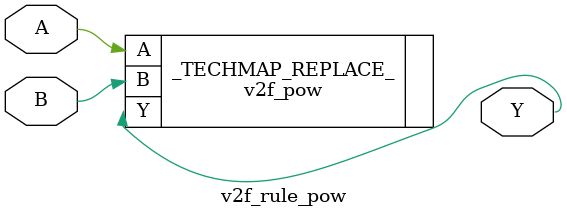
<source format=v>
(* techmap_celltype = "$neg" *)
module v2f_rule_neg (A, Y);
	parameter A_SIGNED = 0;
	parameter A_WIDTH = 1;
	parameter Y_WIDTH = 1;

	input [A_WIDTH-1:0] A;
	output [Y_WIDTH-1:0] Y;

	wire _TECHMAP_FAIL_ = A_WIDTH > 32 || Y_WIDTH > 32 || A_WIDTH == 1 || A_SIGNED == 0;
	v2f_neg #(.A_SIGNED(A_SIGNED), .A_WIDTH(A_WIDTH), .Y_WIDTH(Y_WIDTH))
		_TECHMAP_REPLACE_(.A(A), .Y(Y));
endmodule

(* techmap_celltype = "$not" *)
module v2f_rule_not (A, Y);
	parameter A_SIGNED = 0;
	parameter A_WIDTH = 1;
	parameter Y_WIDTH = 1;

	input [A_WIDTH-1:0] A;
	output [Y_WIDTH-1:0] Y;

	wire _TECHMAP_FAIL_ = A_WIDTH > 32 || Y_WIDTH > 32 || A_WIDTH == 1;
	v2f_not #(.A_SIGNED(A_SIGNED), .A_WIDTH(A_WIDTH), .Y_WIDTH(Y_WIDTH))
		_TECHMAP_REPLACE_(.A(A), .Y(Y));
endmodule

(* techmap_celltype = "$reduce_and" *)
module v2f_rule_reduce_and(A, Y);
	parameter A_SIGNED = 0;
	parameter A_WIDTH = 0;
	parameter Y_WIDTH = 0;
	input [A_WIDTH-1:0] A;
	output [Y_WIDTH-1:0] Y;
	wire _TECHMAP_FAIL_ = A_WIDTH > 32;
	v2f_reduce_and #(.A_SIGNED(A_SIGNED), .A_WIDTH(A_WIDTH), .Y_WIDTH(Y_WIDTH))
		_TECHMAP_REPLACE_(.A(A), .Y(Y));
endmodule

(* techmap_celltype = "$reduce_or" *)
module v2f_rule_reduce_or(A, Y);
	parameter A_SIGNED = 0;
	parameter A_WIDTH = 0;
	parameter Y_WIDTH = 0;
	input [A_WIDTH-1:0] A;
	output [Y_WIDTH-1:0] Y;
	wire _TECHMAP_FAIL_ = A_WIDTH > 32;
	v2f_reduce_or #(.A_SIGNED(A_SIGNED), .A_WIDTH(A_WIDTH), .Y_WIDTH(Y_WIDTH))
		_TECHMAP_REPLACE_(.A(A), .Y(Y));
endmodule

(* techmap_celltype = "$add" *)
module v2f_rule_add (A, B, Y);
	parameter A_SIGNED = 0;
	parameter B_SIGNED = 0;
	parameter A_WIDTH = 1;
	parameter B_WIDTH = 1;
	parameter Y_WIDTH = 1;

	input [A_WIDTH-1:0] A;
	input [B_WIDTH-1:0] B;
	output [Y_WIDTH-1:0] Y;

	wire _TECHMAP_FAIL_ = A_WIDTH > 32 || B_WIDTH > 32 || Y_WIDTH > 32;
	v2f_add #(.A_SIGNED(A_SIGNED), .A_WIDTH(A_WIDTH), .B_SIGNED(B_SIGNED), .B_WIDTH(B_WIDTH), .Y_WIDTH(Y_WIDTH))
		_TECHMAP_REPLACE_(.A(A), .B(B), .Y(Y));
endmodule

(* techmap_celltype = "$sub" *)
module v2f_rule_sub (A, B, Y);
	parameter A_SIGNED = 0;
	parameter B_SIGNED = 0;
	parameter A_WIDTH = 1;
	parameter B_WIDTH = 1;
	parameter Y_WIDTH = 1;

	input [A_WIDTH-1:0] A;
	input [B_WIDTH-1:0] B;
	output [Y_WIDTH-1:0] Y;

	wire _TECHMAP_FAIL_ = A_WIDTH > 32 || B_WIDTH > 32 || Y_WIDTH > 32;
	v2f_sub  #(.A_SIGNED(A_SIGNED), .A_WIDTH(A_WIDTH), .B_SIGNED(B_SIGNED), .B_WIDTH(B_WIDTH), .Y_WIDTH(Y_WIDTH))
		_TECHMAP_REPLACE_(.A(A), .B(B), .Y(Y));
endmodule

(* techmap_celltype = "$mul" *)
module v2f_rule_mul (A, B, Y);
	parameter A_SIGNED = 0;
	parameter B_SIGNED = 0;
	parameter A_WIDTH = 1;
	parameter B_WIDTH = 1;
	parameter Y_WIDTH = 1;

	input [A_WIDTH-1:0] A;
	input [B_WIDTH-1:0] B;
	output [Y_WIDTH-1:0] Y;

	wire _TECHMAP_FAIL_ = A_WIDTH > 32 || B_WIDTH > 32 || Y_WIDTH > 32;
	v2f_mul #(.A_SIGNED(A_SIGNED), .A_WIDTH(A_WIDTH), .B_SIGNED(B_SIGNED), .B_WIDTH(B_WIDTH), .Y_WIDTH(Y_WIDTH))
		_TECHMAP_REPLACE_(.A(A), .B(B), .Y(Y));
endmodule

(* techmap_celltype = "$div" *)
module v2f_rule_div (A, B, Y);
	parameter A_SIGNED = 0;
	parameter B_SIGNED = 0;
	parameter A_WIDTH = 1;
	parameter B_WIDTH = 1;
	parameter Y_WIDTH = 1;

	input [A_WIDTH-1:0] A;
	input [B_WIDTH-1:0] B;
	output [Y_WIDTH-1:0] Y;

	wire _TECHMAP_FAIL_ = A_WIDTH > 32 || B_WIDTH > 32 || Y_WIDTH > 32;
	v2f_div #(.A_SIGNED(A_SIGNED), .A_WIDTH(A_WIDTH), .B_SIGNED(B_SIGNED), .B_WIDTH(B_WIDTH), .Y_WIDTH(Y_WIDTH))
		_TECHMAP_REPLACE_(.A(A), .B(B), .Y(Y));
endmodule

(* techmap_celltype = "$mod" *)
module v2f_rule_mod (A, B, Y);
	parameter A_SIGNED = 0;
	parameter B_SIGNED = 0;
	parameter A_WIDTH = 1;
	parameter B_WIDTH = 1;
	parameter Y_WIDTH = 1;

	input [A_WIDTH-1:0] A;
	input [B_WIDTH-1:0] B;
	output [Y_WIDTH-1:0] Y;

	wire _TECHMAP_FAIL_ = A_WIDTH > 32 || B_WIDTH > 32 || Y_WIDTH > 32;
	v2f_mod #(.A_SIGNED(A_SIGNED), .A_WIDTH(A_WIDTH), .B_SIGNED(B_SIGNED), .B_WIDTH(B_WIDTH), .Y_WIDTH(Y_WIDTH))
		_TECHMAP_REPLACE_(.A(A), .B(B), .Y(Y));
endmodule

(* techmap_celltype = "$and" *)
module v2f_rule_and (A, B, Y);
	parameter A_SIGNED = 0;
	parameter B_SIGNED = 0;
	parameter A_WIDTH = 1;
	parameter B_WIDTH = 1;
	parameter Y_WIDTH = 1;

	input [A_WIDTH-1:0] A;
	input [B_WIDTH-1:0] B;
	output [Y_WIDTH-1:0] Y;

	wire _TECHMAP_FAIL_ = A_WIDTH > 32 || B_WIDTH > 32 || Y_WIDTH > 32 || A_WIDTH == 1 || B_WIDTH == 1;
	v2f_and #(.A_SIGNED(A_SIGNED), .A_WIDTH(A_WIDTH), .B_SIGNED(B_SIGNED), .B_WIDTH(B_WIDTH), .Y_WIDTH(Y_WIDTH))
		_TECHMAP_REPLACE_(.A(A), .B(B), .Y(Y));
endmodule

(* techmap_celltype = "$or" *)
module v2f_rule_or (A, B, Y);
	parameter A_SIGNED = 0;
	parameter B_SIGNED = 0;
	parameter A_WIDTH = 1;
	parameter B_WIDTH = 1;
	parameter Y_WIDTH = 1;

	input [A_WIDTH-1:0] A;
	input [B_WIDTH-1:0] B;
	output [Y_WIDTH-1:0] Y;

	wire _TECHMAP_FAIL_ = A_WIDTH > 32 || B_WIDTH > 32 || Y_WIDTH > 32 || A_WIDTH == 1 || B_WIDTH == 1;
	v2f_or #(.A_SIGNED(A_SIGNED), .A_WIDTH(A_WIDTH), .B_SIGNED(B_SIGNED), .B_WIDTH(B_WIDTH), .Y_WIDTH(Y_WIDTH))
		_TECHMAP_REPLACE_(.A(A), .B(B), .Y(Y));
endmodule

(* techmap_celltype = "$xor" *)
module v2f_rule_xor (A, B, Y);
	parameter A_SIGNED = 0;
	parameter B_SIGNED = 0;
	parameter A_WIDTH = 1;
	parameter B_WIDTH = 1;
	parameter Y_WIDTH = 1;

	input [A_WIDTH-1:0] A;
	input [B_WIDTH-1:0] B;
	output [Y_WIDTH-1:0] Y;

	wire _TECHMAP_FAIL_ = A_WIDTH > 32 || B_WIDTH > 32 || Y_WIDTH > 32 || A_WIDTH == 1 || B_WIDTH == 1;
	v2f_xor #(.A_SIGNED(A_SIGNED), .A_WIDTH(A_WIDTH), .B_SIGNED(B_SIGNED), .B_WIDTH(B_WIDTH), .Y_WIDTH(Y_WIDTH))
		_TECHMAP_REPLACE_(.A(A), .B(B), .Y(Y));
endmodule

(* techmap_celltype = "$sshr" *)
module v2f_rule_sshr (A, B, Y);
	parameter A_SIGNED = 0;
	parameter B_SIGNED = 0;
	parameter A_WIDTH = 1;
	parameter B_WIDTH = 1;
	parameter Y_WIDTH = 1;

	input [A_WIDTH-1:0] A;
	input [B_WIDTH-1:0] B;
	output [Y_WIDTH-1:0] Y;

	wire _TECHMAP_FAIL_ = A_WIDTH > 32 || B_WIDTH > 5 || Y_WIDTH > 32;
	v2f_sshr #(.A_SIGNED(A_SIGNED), .A_WIDTH(A_WIDTH), .B_SIGNED(B_SIGNED), .B_WIDTH(B_WIDTH), .Y_WIDTH(Y_WIDTH))
		_TECHMAP_REPLACE_(.A(A), .B(B), .Y(Y));
endmodule

(* techmap_celltype = "$shr" *)
module v2f_rule_shr (A, B, Y);
	parameter A_SIGNED = 0;
	parameter B_SIGNED = 0;
	parameter A_WIDTH = 1;
	parameter B_WIDTH = 1;
	parameter Y_WIDTH = 1;

	input [A_WIDTH-1:0] A;
	input [B_WIDTH-1:0] B;
	output [Y_WIDTH-1:0] Y;

	wire _TECHMAP_FAIL_ = A_WIDTH > 32 || B_WIDTH > 5 || Y_WIDTH > 32;
	v2f_shr #(.A_SIGNED(A_SIGNED), .A_WIDTH(A_WIDTH), .B_SIGNED(B_SIGNED), .B_WIDTH(B_WIDTH), .Y_WIDTH(Y_WIDTH))
		_TECHMAP_REPLACE_(.A(A), .B(B), .Y(Y));
endmodule

(* techmap_celltype = "$shl" *)
module v2f_rule_shl (A, B, Y);
	parameter A_SIGNED = 0;
	parameter B_SIGNED = 0;
	parameter A_WIDTH = 1;
	parameter B_WIDTH = 1;
	parameter Y_WIDTH = 1;

	input [A_WIDTH-1:0] A;
	input [B_WIDTH-1:0] B;
	output [Y_WIDTH-1:0] Y;

	wire _TECHMAP_FAIL_ = A_WIDTH > 32 || B_WIDTH > 5 || Y_WIDTH > 32;
	v2f_shl #(.A_SIGNED(A_SIGNED), .A_WIDTH(A_WIDTH), .B_SIGNED(B_SIGNED), .B_WIDTH(B_WIDTH), .Y_WIDTH(Y_WIDTH))
		_TECHMAP_REPLACE_(.A(A), .B(B), .Y(Y));
endmodule

(* techmap_celltype = "$sshl" *)
module v2f_rule_sshl (A, B, Y);
	parameter A_SIGNED = 0;
	parameter B_SIGNED = 0;
	parameter A_WIDTH = 1;
	parameter B_WIDTH = 1;
	parameter Y_WIDTH = 1;

	input [A_WIDTH-1:0] A;
	input [B_WIDTH-1:0] B;
	output [Y_WIDTH-1:0] Y;

	wire _TECHMAP_FAIL_ = A_WIDTH > 32 || B_WIDTH > 5 || Y_WIDTH > 32;
	v2f_sshl #(.A_SIGNED(A_SIGNED), .A_WIDTH(A_WIDTH), .B_SIGNED(B_SIGNED), .B_WIDTH(B_WIDTH), .Y_WIDTH(Y_WIDTH))
		_TECHMAP_REPLACE_(.A(A), .B(B), .Y(Y));
endmodule

(* techmap_celltype = "$gt" *)
module v2f_rule_gt (A, B, Y);
	parameter A_SIGNED = 0;
	parameter B_SIGNED = 0;
	parameter A_WIDTH = 1;
	parameter B_WIDTH = 1;
	parameter Y_WIDTH = 1;

	input [A_WIDTH-1:0] A;
	input [B_WIDTH-1:0] B;
	output [Y_WIDTH-1:0] Y;

	wire _TECHMAP_FAIL_ = A_WIDTH > 32 || B_WIDTH > 32 || A_SIGNED != B_SIGNED;
	v2f_gt #(.A_SIGNED(A_SIGNED), .A_WIDTH(A_WIDTH), .B_SIGNED(B_SIGNED), .B_WIDTH(B_WIDTH), .Y_WIDTH(Y_WIDTH))
		_TECHMAP_REPLACE_(.A(A), .B(B), .Y(Y));
endmodule

(* techmap_celltype = "$lt" *)
module v2f_rule_lt (A, B, Y);
	parameter A_SIGNED = 0;
	parameter B_SIGNED = 0;
	parameter A_WIDTH = 1;
	parameter B_WIDTH = 1;
	parameter Y_WIDTH = 1;

	input [A_WIDTH-1:0] A;
	input [B_WIDTH-1:0] B;
	output [Y_WIDTH-1:0] Y;

	wire _TECHMAP_FAIL_ = A_WIDTH > 32 || B_WIDTH > 32 || A_SIGNED != B_SIGNED;
	v2f_lt #(.A_SIGNED(A_SIGNED), .A_WIDTH(A_WIDTH), .B_SIGNED(B_SIGNED), .B_WIDTH(B_WIDTH), .Y_WIDTH(Y_WIDTH))
		_TECHMAP_REPLACE_(.A(A), .B(B), .Y(Y));
endmodule

(* techmap_celltype = "$ge" *)
module v2f_rule_ge (A, B, Y);
	parameter A_SIGNED = 0;
	parameter B_SIGNED = 0;
	parameter A_WIDTH = 1;
	parameter B_WIDTH = 1;
	parameter Y_WIDTH = 1;

	input [A_WIDTH-1:0] A;
	input [B_WIDTH-1:0] B;
	output [Y_WIDTH-1:0] Y;

	wire _TECHMAP_FAIL_ = A_WIDTH > 32 || B_WIDTH > 32 || A_SIGNED != B_SIGNED;
	v2f_ge #(.A_SIGNED(A_SIGNED), .A_WIDTH(A_WIDTH), .B_SIGNED(B_SIGNED), .B_WIDTH(B_WIDTH), .Y_WIDTH(Y_WIDTH))
		_TECHMAP_REPLACE_(.A(A), .B(B), .Y(Y));
endmodule

(* techmap_celltype = "$le" *)
module v2f_rule_le (A, B, Y);
	parameter A_SIGNED = 0;
	parameter B_SIGNED = 0;
	parameter A_WIDTH = 1;
	parameter B_WIDTH = 1;
	parameter Y_WIDTH = 1;

	input [A_WIDTH-1:0] A;
	input [B_WIDTH-1:0] B;
	output [Y_WIDTH-1:0] Y;

	wire _TECHMAP_FAIL_ = A_WIDTH > 32 || B_WIDTH > 32 || A_SIGNED != B_SIGNED;
	v2f_le #(.A_SIGNED(A_SIGNED), .A_WIDTH(A_WIDTH), .B_SIGNED(B_SIGNED), .B_WIDTH(B_WIDTH), .Y_WIDTH(Y_WIDTH))
		_TECHMAP_REPLACE_(.A(A), .B(B), .Y(Y));
endmodule

(* techmap_celltype = "$ne" *)
module v2f_rule_ne (A, B, Y);
	parameter A_SIGNED = 0;
	parameter B_SIGNED = 0;
	parameter A_WIDTH = 1;
	parameter B_WIDTH = 1;
	parameter Y_WIDTH = 1;

	input [A_WIDTH-1:0] A;
	input [B_WIDTH-1:0] B;
	output [Y_WIDTH-1:0] Y;

	wire _TECHMAP_FAIL_ = A_WIDTH > 32 || B_WIDTH > 32;
	v2f_ne #(.A_SIGNED(A_SIGNED), .A_WIDTH(A_WIDTH), .B_SIGNED(B_SIGNED), .B_WIDTH(B_WIDTH), .Y_WIDTH(Y_WIDTH))
		_TECHMAP_REPLACE_(.A(A), .B(B), .Y(Y));
endmodule

(* techmap_celltype = "$eq" *)
module v2f_rule_eq (A, B, Y);
	parameter A_SIGNED = 0;
	parameter B_SIGNED = 0;
	parameter A_WIDTH = 1;
	parameter B_WIDTH = 1;
	parameter Y_WIDTH = 1;

	input [A_WIDTH-1:0] A;
	input [B_WIDTH-1:0] B;
	output [Y_WIDTH-1:0] Y;

	wire _TECHMAP_FAIL_ = A_WIDTH > 32 || B_WIDTH > 32;
	v2f_eq #(.A_SIGNED(A_SIGNED), .A_WIDTH(A_WIDTH), .B_SIGNED(B_SIGNED), .B_WIDTH(B_WIDTH), .Y_WIDTH(Y_WIDTH))
		_TECHMAP_REPLACE_(.A(A), .B(B), .Y(Y));
endmodule

(* techmap_celltype = "$pmux"*)
module v2f_rule_pmux (A, B, S, Y);
	parameter S_WIDTH = 0;
	parameter WIDTH = 0;

	input [WIDTH-1:0] A;
	input [WIDTH*S_WIDTH*-1:0] B;
	input [S_WIDTH-1:0] S;
	output [WIDTH-1:0] Y;
	wire _TECHMAP_FAIL_ = WIDTH > 32;
	v2f_pmux #(.WIDTH(WIDTH), .S_WIDTH(S_WIDTH))
		_TECHMAP_REPLACE_(.A(A), .B(B), .S(S), .Y(Y));
	// Blackbox
endmodule

(* techmap_celltype = "$mux"*)
module v2f_rule_mux (A, B, S, Y);
	parameter WIDTH = 0;

	input [WIDTH-1:0] A;
	input [WIDTH-1:0] B;
	input S;
	output [WIDTH-1:0] Y;
	wire _TECHMAP_FAIL_ = WIDTH > 32;
	v2f_mux #(.WIDTH(WIDTH),)
		_TECHMAP_REPLACE_(.A(A), .B(B), .S(S), .Y(Y));
	// Blackbox
endmodule


(* techmap_celltype = "$pow" *)
module v2f_rule_pow (A, B, Y);
	parameter A_SIGNED = 0;
	parameter B_SIGNED = 0;
	parameter A_WIDTH = 1;
	parameter B_WIDTH = 1;
	parameter Y_WIDTH = 1;

	input [A_WIDTH-1:0] A;
	input [B_WIDTH-1:0] B;
	output [Y_WIDTH-1:0] Y;

	wire _TECHMAP_FAIL_ = A_WIDTH > 32 || B_WIDTH > 32 || Y_WIDTH > 32 || A_SIGNED == 0 || B_SIGNED == 0;
	v2f_pow #(.A_SIGNED(A_SIGNED), .A_WIDTH(A_WIDTH), .B_SIGNED(B_SIGNED), .B_WIDTH(B_WIDTH), .Y_WIDTH(Y_WIDTH))
		_TECHMAP_REPLACE_(.A(A), .B(B), .Y(Y));
endmodule
</source>
